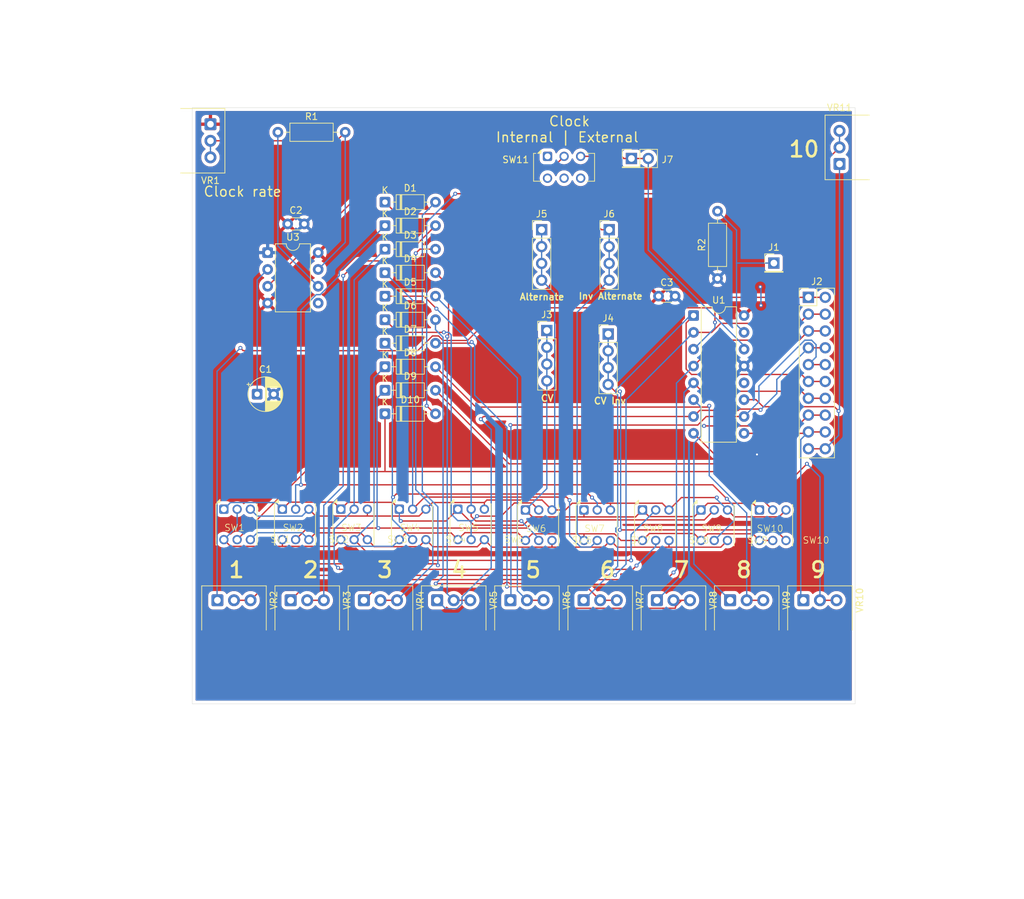
<source format=kicad_pcb>
(kicad_pcb (version 20241229) (generator "pcbnew") (generator_version "9.0")
  (layers (0 "F.Cu" signal) (2 "B.Cu" signal) (13 "F.Paste" user) (15 "B.Paste" user) (5 "F.SilkS" user "F.Silkscreen") (7 "B.SilkS" user "B.Silkscreen") (1 "F.Mask" user) (3 "B.Mask" user) (25 "Edge.Cuts" user))
  (net 0 "")
  (net 1 "GND")
  (net 2 "Net-(D1-K)")
  (net 3 "Net-(D1-A)")
  (net 4 "Net-(D2-A)")
  (net 5 "Net-(D3-A)")
  (net 6 "Net-(D4-A)")
  (net 7 "Net-(D5-A)")
  (net 8 "Net-(D6-A)")
  (net 9 "Net-(D7-A)")
  (net 10 "Net-(D8-A)")
  (net 11 "Net-(J1-Pin_1)")
  (net 12 "Net-(J2-Pin_5)")
  (net 13 "Net-(J2-Pin_11)")
  (net 14 "Net-(J2-Pin_1)")
  (net 15 "Net-(J2-Pin_7)")
  (net 16 "Net-(J2-Pin_17)")
  (net 17 "Net-(J2-Pin_10)")
  (net 18 "Net-(J2-Pin_3)")
  (net 19 "Net-(J2-Pin_15)")
  (net 20 "Net-(J2-Pin_13)")
  (net 21 "Net-(J2-Pin_19)")
  (net 22 "Net-(J5-Pin_1)")
  (net 23 "Net-(J7-Pin_1)")
  (net 25 "VCC")
  (net 27 "Net-(D2-K)")
  (net 28 "Net-(D3-K)")
  (net 29 "Net-(D4-K)")
  (net 30 "Net-(D5-K)")
  (net 31 "Net-(D6-K)")
  (net 32 "Net-(D7-K)")
  (net 33 "Net-(D8-K)")
  (net 34 "Net-(D9-K)")
  (net 35 "Net-(D10-K)")
  (net 36 "Net-(J3-Pin_1)")
  (net 37 "Net-(J4-Pin_1)")
  (net 38 "Net-(SW1B-A)")
  (net 39 "Net-(D9-A)")
  (net 40 "Net-(D10-A)")
  (net 42 "Net-(U3-DIS)")
  (net 43 "Net-(U3-THR)")
  (net 44 "Net-(U3-TR)")
  (net 45 "Net-(SW11-B)")
  (footprint "Potentiometer_THT:Potentiometer_Alps_RK097_Single_Horizontal" (layer "F.Cu") (at 171.15 110.61 90)
    (property "Reference" "VR9")
    (property "Value" "500K")
  )
  (footprint "Capacitor_THT:C_Disc_D3.0mm_W1.6mm_P2.50mm" (layer "F.Cu") (at 160.35 64.7)
    (property "Reference" "C3")
    (property "Value" "100nF")
  )
  (footprint "latching_switch:SW_DPDT_x2_Latching_2mm_pitch" (layer "F.Cu") (at 151.13 104.54)
    (property "Reference" "SW7")
    (property "Value" "SW_DPDT_x2_Latching")
  )
  (footprint "Package_DIP:DIP-8_W7.62mm" (layer "F.Cu") (at 101.38 58.13)
    (property "Reference" "U3")
    (property "Value" "ICM7555xP")
  )
  (footprint "Diode_THT:D_DO-35_SOD27_P7.62mm_Horizontal" (layer "F.Cu") (at 119.08 71.81)
    (property "Reference" "D7")
    (property "Value" "1N4148")
  )
  (footprint "Connector_PinHeader_2.54mm:PinHeader_1x04_P2.54mm_Vertical" (layer "F.Cu") (at 142.71 54.68)
    (property "Reference" "J5")
    (property "Value" "Alternate")
  )
  (footprint "Potentiometer_THT:Potentiometer_Alps_RK097_Single_Horizontal" (layer "F.Cu") (at 187.65 44.75 180)
    (property "Reference" "VR11")
    (property "Value" "500K")
  )
  (footprint "latching_switch:SW_DPDT_x2_Latching_2mm_pitch" (layer "F.Cu") (at 142.305 104.54)
    (property "Reference" "SW6")
    (property "Value" "SW_DPDT_x2_Latching")
  )
  (footprint "Potentiometer_THT:Potentiometer_Alps_RK097_Single_Horizontal" (layer "F.Cu") (at 126.95 110.61 90)
    (property "Reference" "VR5")
    (property "Value" "500K")
  )
  (footprint "Potentiometer_THT:Potentiometer_Alps_RK097_Single_Horizontal" (layer "F.Cu") (at 149.05 110.61 90)
    (property "Reference" "VR7")
    (property "Value" "500K")
  )
  (footprint "Capacitor_THT:C_Disc_D3.0mm_W1.6mm_P2.50mm" (layer "F.Cu") (at 104.4 53.8)
    (property "Reference" "C2")
    (property "Value" "100nF")
  )
  (footprint "Diode_THT:D_DO-35_SOD27_P7.62mm_Horizontal" (layer "F.Cu") (at 119.08 78.91)
    (property "Reference" "D9")
    (property "Value" "1N4148")
  )
  (footprint "Connector_PinHeader_2.54mm:PinHeader_1x01_P2.54mm_Vertical" (layer "F.Cu") (at 177.75 59.71)
    (property "Reference" "J1")
    (property "Value" "Conn_01x01")
  )
  (footprint "Diode_THT:D_DO-35_SOD27_P7.62mm_Horizontal" (layer "F.Cu") (at 119.08 82.46)
    (property "Reference" "D10")
    (property "Value" "1N4148")
  )
  (footprint "Diode_THT:D_DO-35_SOD27_P7.62mm_Horizontal" (layer "F.Cu") (at 119.08 61.16)
    (property "Reference" "D4")
    (property "Value" "1N4148")
  )
  (footprint "Diode_THT:D_DO-35_SOD27_P7.62mm_Horizontal" (layer "F.Cu") (at 119.08 57.61)
    (property "Reference" "D3")
    (property "Value" "1N4148")
  )
  (footprint "Potentiometer_THT:Potentiometer_Alps_RK097_Single_Horizontal" (layer "F.Cu") (at 104.85 110.61 90)
    (property "Reference" "VR3")
    (property "Value" "500K")
  )
  (footprint "Potentiometer_THT:Potentiometer_Alps_RK097_Single_Horizontal" (layer "F.Cu") (at 92.75 38.75)
    (property "Reference" "VR1")
    (property "Value" "500K")
  )
  (footprint "Capacitor_THT:CP_Radial_D5.0mm_P2.50mm" (layer "F.Cu") (at 99.7949 79.5)
    (property "Reference" "C1")
    (property "Value" "C_Polarized")
  )
  (footprint "Diode_THT:D_DO-35_SOD27_P7.62mm_Horizontal" (layer "F.Cu") (at 119.08 75.36)
    (property "Reference" "D8")
    (property "Value" "1N4148")
  )
  (footprint "Potentiometer_THT:Potentiometer_Alps_RK097_Single_Horizontal" (layer "F.Cu") (at 160.1 110.61 90)
    (property "Reference" "VR8")
    (property "Value" "500K")
  )
  (footprint "latching_switch:SW_DPDT_x2_Latching_2mm_pitch" (layer "F.Cu") (at 177.605 104.54)
    (property "Reference" "SW10")
    (property "Value" "SW_DPDT_x2_Latching")
  )
  (footprint "Potentiometer_THT:Potentiometer_Alps_RK097_Single_Horizontal" (layer "F.Cu") (at 93.8 110.61 90)
    (property "Reference" "VR2")
    (property "Value" "500K")
  )
  (footprint "Diode_THT:D_DO-35_SOD27_P7.62mm_Horizontal" (layer "F.Cu") (at 119.08 64.71)
    (property "Reference" "D5")
    (property "Value" "1N4148")
  )
  (footprint "Diode_THT:D_DO-35_SOD27_P7.62mm_Horizontal" (layer "F.Cu") (at 119.08 68.26)
    (property "Reference" "D6")
    (property "Value" "1N4148")
  )
  (footprint "Potentiometer_THT:Potentiometer_Alps_RK097_Single_Horizontal" (layer "F.Cu") (at 138 110.61 90)
    (property "Reference" "VR6")
    (property "Value" "500K")
  )
  (footprint "latching_switch:SW_DPDT_x2_Latching_2mm_pitch" (layer "F.Cu") (at 123.28 104.42)
    (property "Reference" "SW4")
    (property "Value" "SW_DPDT_x2_Latching")
  )
  (footprint "Potentiometer_THT:Potentiometer_Alps_RK097_Single_Horizontal" (layer "F.Cu") (at 182.2 110.61 90)
    (property "Reference" "VR10")
    (property "Value" "500K")
  )
  (footprint "Potentiometer_THT:Potentiometer_Alps_RK097_Single_Horizontal" (layer "F.Cu") (at 115.9 110.61 90)
    (property "Reference" "VR4")
    (property "Value" "500K")
  )
  (footprint "Button_Switch_THT:SW_CK_JS202011CQN_DPDT_Straight" (layer "F.Cu") (at 143.6 43.6)
    (property "Reference" "SW11")
    (property "Value" "SW_SPDT")
  )
  (footprint "latching_switch:SW_DPDT_x2_Latching_2mm_pitch" (layer "F.Cu") (at 159.955 104.54)
    (property "Reference" "SW8")
    (property "Value" "SW_DPDT_x2_Latching")
  )
  (footprint "Resistor_THT:R_Axial_DIN0207_L6.3mm_D2.5mm_P10.16mm_Horizontal" (layer "F.Cu") (at 169.25 62.04 90)
    (property "Reference" "R2")
    (property "Value" "100K")
  )
  (footprint "Connector_PinHeader_2.54mm:PinHeader_2x01_P2.54mm_Vertical" (layer "F.Cu") (at 156.26 43.92)
    (property "Reference" "J7")
    (property "Value" "Clock")
  )
  (footprint "latching_switch:SW_DPDT_x2_Latching_2mm_pitch" (layer "F.Cu") (at 96.805 104.42)
    (property "Reference" "SW1")
    (property "Value" "SW_DPDT_x2_Latching")
  )
  (footprint "Connector_PinHeader_2.54mm:PinHeader_1x04_P2.54mm_Vertical" (layer "F.Cu") (at 143.5 69.88)
    (property "Reference" "J3")
    (property "Value" "CV")
  )
  (footprint "Diode_THT:D_DO-35_SOD27_P7.62mm_Horizontal" (layer "F.Cu") (at 119.08 54.06)
    (property "Reference" "D2")
    (property "Value" "1N4148")
  )
  (footprint "Connector_PinHeader_2.54mm:PinHeader_2x10_P2.54mm_Vertical" (layer "F.Cu") (at 182.96 64.88)
    (property "Reference" "J2")
    (property "Value" "Conn_02x10_Odd_Even")
  )
  (footprint "latching_switch:SW_DPDT_x2_Latching_2mm_pitch" (layer "F.Cu") (at 105.63 104.42)
    (property "Reference" "SW2")
    (property "Value" "SW_DPDT_x2_Latching")
  )
  (footprint "Diode_THT:D_DO-35_SOD27_P7.62mm_Horizontal" (layer "F.Cu") (at 119.08 50.51)
    (property "Reference" "D1")
    (property "Value" "1N4148")
  )
  (footprint "latching_switch:SW_DPDT_x2_Latching_2mm_pitch" (layer "F.Cu") (at 168.78 104.54)
    (property "Reference" "SW9")
    (property "Value" "SW_DPDT_x2_Latching")
  )
  (footprint "latching_switch:SW_DPDT_x2_Latching_2mm_pitch" (layer "F.Cu") (at 114.455 104.42)
    (property "Reference" "SW3")
    (property "Value" "SW_DPDT_x2_Latching")
  )
  (footprint "latching_switch:SW_DPDT_x2_Latching_2mm_pitch" (layer "F.Cu") (at 132.105 104.42)
    (property "Reference" "SW5")
    (property "Value" "SW_DPDT_x2_Latching")
  )
  (footprint "Package_DIP:DIP-16_W7.62mm" (layer "F.Cu") (at 165.63 67.63)
    (property "Reference" "U1")
    (property "Value" "4017")
  )
  (footprint "Resistor_THT:R_Axial_DIN0207_L6.3mm_D2.5mm_P10.16mm_Horizontal" (layer "F.Cu") (at 102.92 39.96)
    (property "Reference" "R1")
    (property "Value" "1K")
  )
  (footprint "Connector_PinHeader_2.54mm:PinHeader_1x04_P2.54mm_Vertical" (layer "F.Cu") (at 152.75 70.42)
    (property "Reference" "J4")
    (property "Value" "CV Inv")
  )
  (footprint "Connector_PinHeader_2.54mm:PinHeader_1x04_P2.54mm_Vertical" (layer "F.Cu") (at 152.9 54.68)
    (property "Reference" "J6")
    (property "Value" "Inv Alternate")
  )
  (gr_rect (start 90 36.25) (end 190 126.25) (stroke (width 0.05)) (fill no) (layer "Edge.Cuts"))
  (gr_text "       Clock\nInternal | External" (at 135.7 41.6 0) (layer "F.SilkS") (effects (font (size 1.5 1.5) (thickness 0.2) (bold yes)) (justify left bottom)))
  (gr_text "CV Inv" (at 150.5 81.1 0) (layer "F.SilkS") (effects (font (size 1 1) (thickness 0.2) (bold yes)) (justify left bottom)))
  (gr_text "CV" (at 142.5 80.7 0) (layer "F.SilkS") (effects (font (size 1 1) (thickness 0.2) (bold yes)) (justify left bottom)))
  (gr_text "Inv Alternate" (at 148.2 65.3 0) (layer "F.SilkS") (effects (font (size 1 1) (thickness 0.2) (bold yes)) (justify left bottom)))
  (gr_text "Clock rate" (at 91.6 49.8 0) (layer "F.SilkS") (effects (font (size 1.5 1.5) (thickness 0.2) (bold yes)) (justify left bottom)))
  (gr_text "10" (at 179.8 43.9 0) (layer "F.SilkS") (effects (font (size 2.35 2.35) (thickness 0.4) (bold yes)) (justify left bottom)))
  (gr_text "1     2     3     4     5     6     7    8     9" (at 95.3 107.4 0) (layer "F.SilkS") (effects (font (size 2.35 2.35) (thickness 0.4) (bold yes)) (justify left bottom)))
  (gr_text "Alternate" (at 139.3 65.4 0) (layer "F.SilkS") (effects (font (size 1 1) (thickness 0.2) (bold yes)) (justify left bottom)))
  (segment (start 168.82 88.6) (end 175.2 88.6) (width 0.2) (layer "F.Cu") (net 1))
  (segment (start 165.63 85.41) (end 168.82 88.6) (width 0.2) (layer "F.Cu") (net 1))
  (via (at 175.2 88.6) (size 0.6) (drill 0.3) (layers "F.Cu" "B.Cu") (net 1))
  (via (at 165.63 85.41) (size 0.6) (drill 0.3) (layers "F.Cu" "B.Cu") (net 1))
  (segment (start 153.6983 100.5783) (end 154.7 101.58) (width 0.2) (layer "F.Cu") (net 2))
  (segment (start 154.7 101.58) (end 157.925 101.58) (width 0.2) (layer "F.Cu") (net 2))
  (segment (start 122.2524 100.4576) (end 129.0726 100.4576) (width 0.2) (layer "F.Cu") (net 2))
  (segment (start 140.275 101.58) (end 141.2767 100.5783) (width 0.2) (layer "F.Cu") (net 2))
  (segment (start 129.0726 100.4576) (end 130.075 101.46) (width 0.2) (layer "F.Cu") (net 2))
  (segment (start 149.1 100.5783) (end 149.1 101.58) (width 0.2) (layer "F.Cu") (net 2))
  (segment (start 158.9667 100.5383) (end 157.925 101.58) (width 0.2) (layer "F.Cu") (net 2))
  (segment (start 141.2767 100.5783) (end 149.1 100.5783) (width 0.2) (layer "F.Cu") (net 2))
  (segment (start 174.5687 100.5737) (end 175.575 101.58) (width 0.2) (layer "F.Cu") (net 2))
  (segment (start 121.25 101.46) (end 122.2524 100.4576) (width 0.2) (layer "F.Cu") (net 2))
  (segment (start 111.4187 102.4663) (end 103.6 102.4663) (width 0.2) (layer "F.Cu") (net 2))
  (segment (start 149.3533 52.285) (end 120.855 52.285) (width 0.2) (layer "F.Cu") (net 2))
  (segment (start 120.855 52.285) (end 119.08 50.51) (width 0.2) (layer "F.Cu") (net 2))
  (segment (start 167.7563 100.5737) (end 174.5687 100.5737) (width 0.2) (layer "F.Cu") (net 2))
  (segment (start 166.75 101.58) (end 165.7083 100.5383) (width 0.2) (layer "F.Cu") (net 2))
  (segment (start 152.9 54.68) (end 151.7483 54.68) (width 0.2) (layer "F.Cu") (net 2))
  (segment (start 103.6 102.4663) (end 95.7813 102.4663) (width 0.2) (layer "F.Cu") (net 2))
  (segment (start 103.6 102.4663) (end 103.6 101.46) (width 0.2) (layer "F.Cu") (net 2))
  (segment (start 151.7483 54.68) (end 149.3533 52.285) (width 0.2) (layer "F.Cu") (net 2))
  (segment (start 131.1314 100.4036) (end 139.0986 100.4036) (width 0.2) (layer "F.Cu") (net 2))
  (segment (start 130.075 101.46) (end 131.1314 100.4036) (width 0.2) (layer "F.Cu") (net 2))
  (segment (start 165.7083 100.5383) (end 158.9667 100.5383) (width 0.2) (layer "F.Cu") (net 2))
  (segment (start 112.425 101.46) (end 111.4187 102.4663) (width 0.2) (layer "F.Cu") (net 2))
  (segment (start 166.75 101.58) (end 167.7563 100.5737) (width 0.2) (layer "F.Cu") (net 2))
  (segment (start 95.7813 102.4663) (end 94.775 101.46) (width 0.2) (layer "F.Cu") (net 2))
  (segment (start 149.1 100.5783) (end 153.6983 100.5783) (width 0.2) (layer "F.Cu") (net 2))
  (segment (start 177.575 101.58) (end 175.575 101.58) (width 0.2) (layer "F.Cu") (net 2))
  (segment (start 139.0986 100.4036) (end 140.275 101.58) (width 0.2) (layer "F.Cu") (net 2))
  (segment (start 148.0661 100.5461) (end 149.1 101.58) (width 0.2) (layer "B.Cu") (net 2))
  (segment (start 152.9 54.68) (end 152.9 57.22) (width 0.2) (layer "B.Cu") (net 2))
  (segment (start 113.4267 102.4617) (end 120.2483 102.4617) (width 0.2) (layer "B.Cu") (net 2))
  (segment (start 120.2483 102.4617) (end 121.25 101.46) (width 0.2) (layer "B.Cu") (net 2))
  (segment (start 96.775 99.46) (end 96.775 96.86) (width 0.2) (layer "B.Cu") (net 2))
  (segment (start 148.0661 67.1339) (end 148.0661 100.5461) (width 0.2) (layer "B.Cu") (net 2))
  (segment (start 152.9 57.22) (end 152.9 59.76) (width 0.2) (layer "B.Cu") (net 2))
  (segment (start 152.9 59.76) (end 152.9 62.3) (width 0.2) (layer "B.Cu") (net 2))
  (segment (start 94.775 101.46) (end 96.775 99.46) (width 0.2) (layer "B.Cu") (net 2))
  (segment (start 112.425 101.46) (end 113.4267 102.4617) (width 0.2) (layer "B.Cu") (net 2))
  (segment (start 152.9 62.3) (end 148.0661 67.1339) (width 0.2) (layer "B.Cu") (net 2))
  (segment (start 127.0568 105.3337) (end 126.8293 105.1062) (width 0.2) (layer "F.Cu") (net 3))
  (segment (start 98.8 110.61) (end 96.3 110.61) (width 0.2) (layer "F.Cu") (net 3))
  (segment (start 126.8293 105.1062) (end 104.3038 105.1062) (width 0.2) (layer "F.Cu") (net 3))
  (segment (start 104.3038 105.1062) (end 98.8 110.61) (width 0.2) (layer "F.Cu") (net 3))
  (via (at 127.0568 105.3337) (size 0.6) (drill 0.3) (layers "F.Cu" "B.Cu") (net 3))
  (segment (start 127.0568 105.3337) (end 127.0568 96.5007) (width 0.2) (layer "B.Cu") (net 3))
  (segment (start 124.7154 52.4946) (end 126.7 50.51) (width 0.2) (layer "B.Cu") (net 3))
  (segment (start 127.0568 96.5007) (end 124.7154 94.1593) (width 0.2) (layer "B.Cu") (net 3))
  (segment (start 124.7154 94.1593) (end 124.7154 52.4946) (width 0.2) (layer "B.Cu") (net 3))
  (segment (start 115.0217 59.385) (end 112.7735 61.6332) (width 0.2) (layer "F.Cu") (net 4))
  (segment (start 109.85 110.61) (end 107.35 110.61) (width 0.2) (layer "F.Cu") (net 4))
  (segment (start 126.7 54.06) (end 121.375 59.385) (width 0.2) (layer "F.Cu") (net 4))
  (segment (start 121.375 59.385) (end 115.0217 59.385) (width 0.2) (layer "F.Cu") (net 4))
  (via (at 112.7735 61.6332) (size 0.6) (drill 0.3) (layers "F.Cu" "B.Cu") (net 4))
  (segment (start 112.7735 61.6332) (end 112.7735 93.3658) (width 0.2) (layer "B.Cu") (net 4))
  (segment (start 109.85 96.2893) (end 109.85 110.61) (width 0.2) (layer "B.Cu") (net 4))
  (segment (start 112.7735 93.3658) (end 109.85 96.2893) (width 0.2) (layer "B.Cu") (net 4))
  (segment (start 124.3453 57.61) (end 123.725 58.2303) (width 0.2) (layer "F.Cu") (net 5))
  (segment (start 126.7 57.61) (end 124.3453 57.61) (width 0.2) (layer "F.Cu") (net 5))
  (segment (start 120.9 110.61) (end 118.4 110.61) (width 0.2) (layer "F.Cu") (net 5))
  (via (at 123.725 58.2303) (size 0.6) (drill 0.3) (layers "F.Cu" "B.Cu") (net 5))
  (segment (start 123.725 93.9183) (end 126.2976 96.4909) (width 0.2) (layer "B.Cu") (net 5))
  (segment (start 123.725 58.2303) (end 123.725 93.9183) (width 0.2) (layer "B.Cu") (net 5))
  (segment (start 126.2976 96.4909) (end 126.2976 105.2124) (width 0.2) (layer "B.Cu") (net 5))
  (segment (start 126.2976 105.2124) (end 120.9 110.61) (width 0.2) (layer "B.Cu") (net 5))
  (segment (start 126.7 61.16) (end 128.6682 63.1282) (width 0.2) (layer "F.Cu") (net 6))
  (segment (start 128.465 70.9898) (end 128.465 70.7897) (width 0.2) (layer "F.Cu") (net 6))
  (segment (start 128.6682 63.1282) (end 128.6682 70.9898) (width 0.2) (layer "F.Cu") (net 6))
  (segment (start 129.45 110.61) (end 131.95 110.61) (width 0.2) (layer "F.Cu") (net 6))
  (segment (start 128.6682 70.9898) (end 128.465 70.9898) (width 0.2) (layer "F.Cu") (net 6))
  (via (at 128.465 70.7897) (size 0.6) (drill 0.3) (layers "F.Cu" "B.Cu") (net 6))
  (segment (start 128.465 109.625) (end 128.465 70.7897) (width 0.2) (layer "B.Cu") (net 6))
  (segment (start 129.45 110.61) (end 128.465 109.625) (width 0.2) (layer "B.Cu") (net 6))
  (segment (start 140.5 110.61) (end 143 110.61) (width 0.2) (layer "F.Cu") (net 7))
  (segment (start 139.0493 109.1593) (end 139.0493 77.0593) (width 0.2) (layer "B.Cu") (net 7))
  (segment (start 139.0493 77.0593) (end 126.7 64.71) (width 0.2) (layer "B.Cu") (net 7))
  (segment (start 140.5 110.61) (end 139.0493 109.1593) (width 0.2) (layer "B.Cu") (net 7))
  (segment (start 137.7268 107.942) (end 137.2285 107.942) (width 0.2) (layer "F.Cu") (net 8))
  (segment (start 137.8804 108.0956) (end 137.7268 107.942) (width 0.2) (layer "F.Cu") (net 8))
  (segment (start 149.0356 108.0956) (end 137.8804 108.0956) (width 0.2) (layer "F.Cu") (net 8))
  (segment (start 137.2285 107.942) (end 137.0749 108.0956) (width 0.2) (layer "F.Cu") (net 8))
  (segment (start 154.05 110.61) (end 151.55 110.61) (width 0.2) (layer "F.Cu") (net 8))
  (segment (start 137.0749 108.0956) (end 126.7388 108.0956) (width 0.2) (layer "F.Cu") (net 8))
  (segment (start 151.55 110.61) (end 149.0356 108.0956) (width 0.2) (layer "F.Cu") (net 8))
  (via (at 126.7388 108.0956) (size 0.6) (drill 0.3) (layers "F.Cu" "B.Cu") (net 8))
  (segment (start 126.7 68.26) (end 126.7 69.7591) (width 0.2) (layer "B.Cu") (net 8))
  (segment (start 127.8368 70.8959) (end 127.8368 106.9976) (width 0.2) (layer "B.Cu") (net 8))
  (segment (start 127.8368 106.9976) (end 126.7388 108.0956) (width 0.2) (layer "B.Cu") (net 8))
  (segment (start 126.7 69.7591) (end 127.8368 70.8959) (width 0.2) (layer "B.Cu") (net 8))
  (segment (start 160.9788 111.8127) (end 146.7582 111.8127) (width 0.2) (layer "F.Cu") (net 9))
  (segment (start 162.9072 111.7528) (end 162.8488 111.8112) (width 0.2) (layer "F.Cu") (net 9))
  (segment (start 143.4892 108.5437) (end 137.4776 108.5437) (width 0.2) (layer "F.Cu") (net 9))
  (segment (start 146.7582 111.8127) (end 143.4892 108.5437) (width 0.2) (layer "F.Cu") (net 9))
  (segment (start 160.9803 111.8112) (end 160.9788 111.8127) (width 0.2) (layer "F.Cu") (net 9))
  (segment (start 132.1588 71.6251) (end 131.9907 71.7932) (width 0.2) (layer "F.Cu") (net 9))
  (segment (start 131.9907 71.7932) (end 126.7168 71.7932) (width 0.2) (layer "F.Cu") (net 9))
  (segment (start 126.7168 71.7932) (end 126.7 71.81) (width 0.2) (layer "F.Cu") (net 9))
  (segment (start 162.8488 111.8112) (end 160.9803 111.8112) (width 0.2) (layer "F.Cu") (net 9))
  (segment (start 163.85 110.61) (end 162.6 110.61) (width 0.2) (layer "F.Cu") (net 9))
  (segment (start 163.85 110.61) (end 162.9072 111.5528) (width 0.2) (layer "F.Cu") (net 9))
  (segment (start 162.9072 111.5528) (end 162.9072 111.7528) (width 0.2) (layer "F.Cu") (net 9))
  (segment (start 165.1 110.61) (end 163.85 110.61) (width 0.2) (layer "F.Cu") (net 9))
  (via (at 137.4776 108.5437) (size 0.6) (drill 0.3) (layers "F.Cu" "B.Cu") (net 9))
  (via (at 132.1588 71.6251) (size 0.6) (drill 0.3) (layers "F.Cu" "B.Cu") (net 9))
  (segment (start 132.6127 79.6412) (end 132.6127 72.079) (width 0.2) (layer "B.Cu") (net 9))
  (segment (start 132.6127 72.079) (end 132.1588 71.6251) (width 0.2) (layer "B.Cu") (net 9))
  (segment (start 137.4776 84.5061) (end 132.6127 79.6412) (width 0.2) (layer "B.Cu") (net 9))
  (segment (start 137.4776 108.5437) (end 137.4776 84.5061) (width 0.2) (layer "B.Cu") (net 9))
  (segment (start 132.7867 81.4467) (end 126.7 75.36) (width 0.2) (layer "F.Cu") (net 10))
  (segment (start 167.8011 81.4467) (end 132.7867 81.4467) (width 0.2) (layer "F.Cu") (net 10))
  (segment (start 167.9982 81.2496) (end 167.8011 81.4467) (width 0.2) (layer "F.Cu") (net 10))
  (segment (start 173.65 110.61) (end 176.15 110.61) (width 0.2) (layer "F.Cu") (net 10))
  (via (at 167.9982 81.2496) (size 0.6) (drill 0.3) (layers "F.Cu" "B.Cu") (net 10))
  (segment (start 173.65 97.4469) (end 167.9982 91.7951) (width 0.2) (layer "B.Cu") (net 10))
  (segment (start 173.65 110.61) (end 173.65 97.4469) (width 0.2) (layer "B.Cu") (net 10))
  (segment (start 167.9982 91.7951) (end 167.9982 81.2496) (width 0.2) (layer "B.Cu") (net 10))
  (segment (start 172.1168 59.71) (end 172.1168 54.7468) (width 0.2) (layer "B.Cu") (net 11))
  (segment (start 172.1168 69.0368) (end 172.1168 59.71) (width 0.2) (layer "B.Cu") (net 11))
  (segment (start 173.25 70.17) (end 172.1168 69.0368) (width 0.2) (layer "B.Cu") (net 11))
  (segment (start 172.1168 54.7468) (end 169.25 51.88) (width 0.2) (layer "B.Cu") (net 11))
  (segment (start 177.75 59.71) (end 172.1168 59.71) (width 0.2) (layer "B.Cu") (net 11))
  (segment (start 165.63 75.25) (end 169.5302 71.3498) (width 0.2) (layer "F.Cu") (net 12))
  (segment (start 119.0195 107.4905) (end 115.9 110.61) (width 0.2) (layer "F.Cu") (net 12))
  (segment (start 161.5328 107.4905) (end 119.0195 107.4905) (width 0.2) (layer "F.Cu") (net 12))
  (segment (start 169.5302 71.3498) (end 181.5702 71.3498) (width 0.2) (layer "F.Cu") (net 12))
  (segment (start 162.6108 106.4125) (end 161.5328 107.4905) (width 0.2) (layer "F.Cu") (net 12))
  (segment (start 182.96 69.96) (end 185.5 69.96) (width 0.2) (layer "F.Cu") (net 12))
  (segment (start 181.5702 71.3498) (end 182.96 69.96) (width 0.2) (layer "F.Cu") (net 12))
  (via (at 162.6108 106.4125) (size 0.6) (drill 0.3) (layers "F.Cu" "B.Cu") (net 12))
  (segment (start 163.055 77.825) (end 163.055 105.9683) (width 0.2) (layer "B.Cu") (net 12))
  (segment (start 163.055 105.9683) (end 162.6108 106.4125) (width 0.2) (layer "B.Cu") (net 12))
  (segment (start 165.63 75.25) (end 163.055 77.825) (width 0.2) (layer "B.Cu") (net 12))
  (segment (start 165.3221 76.52) (end 164.5108 75.7087) (width 0.2) (layer "F.Cu") (net 13))
  (segment (start 182.96 77.58) (end 185.5 77.58) (width 0.2) (layer "F.Cu") (net 13))
  (segment (start 181.9 76.52) (end 165.3221 76.52) (width 0.2) (layer "F.Cu") (net 13))
  (segment (start 182.96 77.58) (end 181.9 76.52) (width 0.2) (layer "F.Cu") (net 13))
  (segment (start 164.5108 75.7087) (end 164.5108 68.7492) (width 0.2) (layer "F.Cu") (net 13))
  (segment (start 164.5108 68.7492) (end 165.63 67.63) (width 0.2) (layer "F.Cu") (net 13))
  (segment (start 154.1828 99.4629) (end 153.9078 99.7379) (width 0.2) (layer "B.Cu") (net 13))
  (segment (start 153.9078 99.7379) (end 153.9078 100.2377) (width 0.2) (layer "B.Cu") (net 13))
  (segment (start 153.9078 100.2377) (end 154.1828 100.5127) (width 0.2) (layer "B.Cu") (net 13))
  (segment (start 154.1828 79.6012) (end 154.1828 99.4629) (width 0.2) (layer "B.Cu") (net 13))
  (segment (start 153.9182 78.8384) (end 153.9182 79.3366) (width 0.2) (layer "B.Cu") (net 13))
  (segment (start 165.1266 67.63) (end 153.9182 78.8384) (width 0.2) (layer "B.Cu") (net 13))
  (segment (start 154.1828 105.4772) (end 149.05 110.61) (width 0.2) (layer "B.Cu") (net 13))
  (segment (start 153.9182 79.3366) (end 154.1828 79.6012) (width 0.2) (layer "B.Cu") (net 13))
  (segment (start 154.1828 100.5127) (end 154.1828 105.4772) (width 0.2) (layer "B.Cu") (net 13))
  (segment (start 165.63 67.63) (end 165.1266 67.63) (width 0.2) (layer "B.Cu") (net 13))
  (segment (start 126.2437 70.7083) (end 124.016 72.936) (width 0.2) (layer "F.Cu") (net 14))
  (segment (start 97.6833 72.936) (end 97.2678 72.5205) (width 0.2) (layer "F.Cu") (net 14))
  (segment (start 182.96 64.88) (end 170.438 64.88) (width 0.2) (layer "F.Cu") (net 14))
  (segment (start 127.8395 71.3914) (end 127.1564 70.7083) (width 0.2) (layer "F.Cu") (net 14))
  (segment (start 124.016 72.936) (end 97.6833 72.936) (width 0.2) (layer "F.Cu") (net 14))
  (segment (start 136.4743 66.4588) (end 131.5416 71.3915) (width 0.2) (layer "F.Cu") (net 14))
  (segment (start 168.8592 66.4588) (end 168.8592 68.6637) (width 0.2) (layer "F.Cu") (net 14))
  (segment (start 127.1564 70.7083) (end 126.2437 70.7083) (width 0.2) (layer "F.Cu") (net 14))
  (segment (start 185.5 64.88) (end 182.96 64.88) (width 0.2) (layer "F.Cu") (net 14))
  (segment (start 127.8395 71.3915) (end 127.8395 71.3914) (width 0.2) (layer "F.Cu") (net 14))
  (segment (start 131.5416 71.3915) (end 127.8395 71.3915) (width 0.2) (layer "F.Cu") (net 14))
  (segment (start 168.8592 66.4588) (end 136.4743 66.4588) (width 0.2) (layer "F.Cu") (net 14))
  (segment (start 170.438 64.88) (end 168.8592 66.4588) (width 0.2) (layer "F.Cu") (net 14))
  (via (at 168.8592 68.6637) (size 0.6) (drill 0.3) (layers "F.Cu" "B.Cu") (net 14))
  (via (at 97.2678 72.5205) (size 0.6) (drill 0.3) (layers "F.Cu" "B.Cu") (net 14))
  (segment (start 93.7458 76.0425) (end 93.7458 110.5558) (width 0.2) (layer "B.Cu") (net 14))
  (segment (start 93.7458 110.5558) (end 93.8 110.61) (width 0.2) (layer "B.Cu") (net 14))
  (segment (start 165.63 72.71) (end 168.8592 69.4808) (width 0.2) (layer "B.Cu") (net 14))
  (segment (start 97.2678 72.5205) (end 93.7458 76.0425) (width 0.2) (layer "B.Cu") (net 14))
  (segment (start 168.8592 69.4808) (end 168.8592 68.6637) (width 0.2) (layer "B.Cu") (net 14))
  (segment (start 175.7419 81.866) (end 175.6245 81.7486) (width 0.2) (layer "F.Cu") (net 15))
  (segment (start 175.6245 81.7486) (end 172.5714 81.7486) (width 0.2) (layer "F.Cu") (net 15))
  (segment (start 182.96 72.5) (end 185.5 72.5) (width 0.2) (layer "F.Cu") (net 15))
  (segment (start 172.5714 81.7486) (end 172.3803 81.9397) (width 0.2) (layer "F.Cu") (net 15))
  (segment (start 165.63 82.87) (end 133.941 82.87) (width 0.2) (layer "F.Cu") (net 15))
  (segment (start 166.5603 81.9397) (end 165.63 82.87) (width 0.2) (layer "F.Cu") (net 15))
  (segment (start 133.941 82.87) (end 133.5395 83.2715) (width 0.2) (layer "F.Cu") (net 15))
  (segment (start 172.3803 81.9397) (end 166.5603 81.9397) (width 0.2) (layer "F.Cu") (net 15))
  (via (at 133.5395 83.2715) (size 0.6) (drill 0.3) (layers "F.Cu" "B.Cu") (net 15))
  (via (at 175.7419 81.866) (size 0.6) (drill 0.3) (layers "F.Cu" "B.Cu") (net 15))
  (segment (start 126.95 110.61) (end 128.2188 111.8788) (width 0.2) (layer "B.Cu") (net 15))
  (segment (start 129.9398 111.8788) (end 130.7 111.1186) (width 0.2) (layer "B.Cu") (net 15))
  (segment (start 178.19 79.4179) (end 178.19 77.27) (width 0.2) (layer "B.Cu") (net 15))
  (segment (start 135.1019 105.6977) (end 135.1019 84.8339) (width 0.2) (layer "B.Cu") (net 15))
  (segment (start 128.2188 111.8788) (end 129.9398 111.8788) (width 0.2) (layer "B.Cu") (net 15))
  (segment (start 130.7 111.1186) (end 130.7 110.0996) (width 0.2) (layer "B.Cu") (net 15))
  (segment (start 135.1019 84.8339) (end 133.5395 83.2715) (width 0.2) (layer "B.Cu") (net 15))
  (segment (start 175.7419 81.866) (end 178.19 79.4179) (width 0.2) (layer "B.Cu") (net 15))
  (segment (start 130.7 110.0996) (end 135.1019 105.6977) (width 0.2) (layer "B.Cu") (net 15))
  (segment (start 178.19 77.27) (end 182.96 72.5) (width 0.2) (layer "B.Cu") (net 15))
  (segment (start 173.25 85.41) (end 182.75 85.41) (width 0.2) (layer "F.Cu") (net 16))
  (segment (start 185.5 85.2) (end 182.96 85.2) (width 0.2) (layer "F.Cu") (net 16))
  (segment (start 182.75 85.41) (end 182.96 85.2) (width 0.2) (layer "F.Cu") (net 16))
  (segment (start 181.8083 86.3517) (end 182.96 85.2) (width 0.2) (layer "B.Cu") (net 16))
  (segment (start 181.8083 110.2183) (end 181.8083 86.3517) (width 0.2) (layer "B.Cu") (net 16))
  (segment (start 182.2 110.61) (end 181.8083 110.2183) (width 0.2) (layer "B.Cu") (net 16))
  (segment (start 166.2631 84.1593) (end 167.5524 82.87) (width 0.2) (layer "F.Cu") (net 17))
  (segment (start 167.5524 82.87) (end 173.25 82.87) (width 0.2) (layer "F.Cu") (net 17))
  (segment (start 182.96 75.04) (end 185.5 75.04) (width 0.2) (layer "F.Cu") (net 17))
  (segment (start 138.0015 84.1593) (end 166.2631 84.1593) (width 0.2) (layer "F.Cu") (net 17))
  (via (at 138.0015 84.1593) (size 0.6) (drill 0.3) (layers "F.Cu" "B.Cu") (net 17))
  (segment (start 182.412 71.3483) (end 175.4929 78.2674) (width 0.2) (layer "B.Cu") (net 17))
  (segment (start 138.0793 84.2371) (end 138.0015 84.1593) (width 0.2) (layer "B.Cu") (net 17))
  (segment (start 183.4371 71.3483) (end 182.412 71.3483) (width 0.2) (layer "B.Cu") (net 17))
  (segment (start 138.0793 110.5307) (end 138.0793 84.2371) (width 0.2) (layer "B.Cu") (net 17))
  (segment (start 175.4929 78.2674) (end 175.4929 80.6271) (width 0.2) (layer "B.Cu") (net 17))
  (segment (start 182.96 75.04) (end 184.1117 73.8883) (width 0.2) (layer "B.Cu") (net 17))
  (segment (start 184.1117 73.8883) (end 184.1117 72.0229) (width 0.2) (layer "B.Cu") (net 17))
  (segment (start 138 110.61) (end 138.0793 110.5307) (width 0.2) (layer "B.Cu") (net 17))
  (segment (start 184.1117 72.0229) (end 183.4371 71.3483) (width 0.2) (layer "B.Cu") (net 17))
  (segment (start 175.4929 80.6271) (end 173.25 82.87) (width 0.2) (layer "B.Cu") (net 17))
  (segment (start 153.7622 106.8413) (end 108.6187 106.8413) (width 0.2) (layer "F.Cu") (net 18))
  (segment (start 108.6187 106.8413) (end 104.85 110.61) (width 0.2) (layer "F.Cu") (net 18))
  (segment (start 168.3592 70.17) (end 169.7194 68.8098) (width 0.2) (layer "F.Cu") (net 18))
  (segment (start 182.96 67.42) (end 185.5 67.42) (width 0.2) (layer "F.Cu") (net 18))
  (segment (start 169.7194 68.8098) (end 181.5702 68.8098) (width 0.2) (layer "F.Cu") (net 18))
  (segment (start 165.63 70.17) (end 168.3592 70.17) (width 0.2) (layer "F.Cu") (net 18))
  (segment (start 181.5702 68.8098) (end 182.96 67.42) (width 0.2) (layer "F.Cu") (net 18))
  (via (at 153.7622 106.8413) (size 0.6) (drill 0.3) (layers "F.Cu" "B.Cu") (net 18))
  (segment (start 153.7622 106.8413) (end 155.4437 105.1598) (width 0.2) (layer "B.Cu") (net 18))
  (segment (start 155.4437 80.3563) (end 165.63 70.17) (width 0.2) (layer "B.Cu") (net 18))
  (segment (start 155.4437 105.1598) (end 155.4437 80.3563) (width 0.2) (layer "B.Cu") (net 18))
  (segment (start 181.3292 84.2908) (end 182.96 82.66) (width 0.2) (layer "F.Cu") (net 19))
  (segment (start 167.2127 84.2908) (end 181.3292 84.2908) (width 0.2) (layer "F.Cu") (net 19))
  (segment (start 185.5 82.66) (end 182.96 82.66) (width 0.2) (layer "F.Cu") (net 19))
  (via (at 167.2127 84.2908) (size 0.6) (drill 0.3) (layers "F.Cu" "B.Cu") (net 19))
  (segment (start 171.15 110.61) (end 165.6866 105.1466) (width 0.2) (layer "B.Cu") (net 19))
  (segment (start 166.7493 85.8488) (end 166.7493 84.2908) (width 0.2) (layer "B.Cu") (net 19))
  (segment (start 165.6866 86.9115) (end 166.7493 85.8488) (width 0.2) (layer "B.Cu") (net 19))
  (segment (start 166.7493 81.4493) (end 165.63 80.33) (width 0.2) (layer "B.Cu") (net 19))
  (segment (start 165.6866 105.1466) (end 165.6866 86.9115) (width 0.2) (layer "B.Cu") (net 19))
  (segment (start 166.7493 84.2908) (end 167.2127 84.2908) (width 0.2) (layer "B.Cu") (net 19))
  (segment (start 166.7493 84.2908) (end 166.7493 81.4493) (width 0.2) (layer "B.Cu") (net 19))
  (segment (start 185.5 80.12) (end 182.96 80.12) (width 0.2) (layer "F.Cu") (net 20))
  (segment (start 181.9 79.06) (end 182.96 80.12) (width 0.2) (layer "F.Cu") (net 20))
  (segment (start 166.9 79.06) (end 181.9 79.06) (width 0.2) (layer "F.Cu") (net 20))
  (segment (start 165.63 77.79) (end 166.9 79.06) (width 0.2) (layer "F.Cu") (net 20))
  (segment (start 164.1902 79.2298) (end 165.63 77.79) (width 0.2) (layer "B.Cu") (net 20))
  (segment (start 160.1 110.61) (end 164.1902 106.5198) (width 0.2) (layer "B.Cu") (net 20))
  (segment (start 164.1902 106.5198) (end 164.1902 79.2298) (width 0.2) (layer "B.Cu") (net 20))
  (segment (start 175.0568 80.33) (end 173.25 80.33) (width 0.2) (layer "F.Cu") (net 21))
  (segment (start 185.5 87.74) (end 182.96 87.74) (width 0.2) (layer "F.Cu") (net 21))
  (segment (start 176.1168 81.39) (end 175.0568 80.33) (width 0.2) (layer "F.Cu") (net 21))
  (segment (start 186.8726 81.39) (end 176.1168 81.39) (width 0.2) (layer "F.Cu") (net 21))
  (segment (start 187.5199 82.0373) (end 186.8726 81.39) (width 0.2) (layer "F.Cu") (net 21))
  (via (at 187.5199 82.0373) (size 0.6) (drill 0.3) (layers "F.Cu" "B.Cu") (net 21))
  (segment (start 187.5199 82.0373) (end 187.5199 85.7201) (width 0.2) (layer "B.Cu") (net 21))
  (segment (start 187.65 44.75) (end 187.65 81.9072) (width 0.2) (layer "B.Cu") (net 21))
  (segment (start 187.65 81.9072) (end 187.5199 82.0373) (width 0.2) (layer "B.Cu") (net 21))
  (segment (start 187.5199 85.7201) (end 185.5 87.74) (width 0.2) (layer "B.Cu") (net 21))
  (segment (start 126.2532 95.8568) (end 134.075 95.8568) (width 0.2) (layer "F.Cu") (net 22))
  (segment (start 134.075 95.8568) (end 134.075 96.86) (width 0.2) (layer "F.Cu") (net 22))
  (segment (start 146.2975 96.98) (end 147.3186 95.9589) (width 0.2) (layer "F.Cu") (net 22))
  (segment (start 134.4523 95.4795) (end 142.7745 95.4795) (width 0.2) (layer "F.Cu") (net 22))
  (segment (start 171.7869 98.0169) (end 178.5381 98.0169) (width 0.2) (layer "F.Cu") (net 22))
  (segment (start 160.9039 95.9589) (end 161.925 96.98) (width 0.2) (layer "F.Cu") (net 22))
  (segment (start 144.275 96.98) (end 146.2975 96.98) (width 0.2) (layer "F.Cu") (net 22))
  (segment (start 116.425 96.86) (end 116.425 97.8939) (width 0.2) (layer "F.Cu") (net 22))
  (segment (start 169.1316 95.1068) (end 163.7982 95.1068) (width 0.2) (layer "F.Cu") (net 22))
  (segment (start 163.7982 95.1068) (end 161.925 96.98) (width 0.2) (layer "F.Cu") (net 22))
  (segment (start 170.75 96.98) (end 171.7869 98.0169) (width 0.2) (layer "F.Cu") (net 22))
  (segment (start 153.1 96.98) (end 153.1 95.9589) (width 0.2) (layer "F.Cu") (net 22))
  (segment (start 178.5381 98.0169) (end 179.575 96.98) (width 0.2) (layer "F.Cu") (net 22))
  (segment (start 147.3186 95.9589) (end 153.1 95.9589) (width 0.2) (layer "F.Cu") (net 22))
  (segment (start 116.425 97.8939) (end 108.6339 97.8939) (width 0.2) (layer "F.Cu") (net 22))
  (segment (start 134.075 95.8568) (end 134.4523 95.4795) (width 0.2) (layer "F.Cu") (net 22))
  (segment (start 142.7745 95.4795) (end 144.275 96.98) (width 0.2) (layer "F.Cu") (net 22))
  (segment (start 153.1 95.9589) (end 160.9039 95.9589) (width 0.2) (layer "F.Cu") (net 22))
  (segment (start 124.2161 97.8939) (end 116.425 97.8939) (width 0.2) (layer "F.Cu") (net 22))
  (segment (start 125.25 96.86) (end 124.2161 97.8939) (width 0.2) (layer "F.Cu") (net 22))
  (segment (start 108.6339 97.8939) (end 107.6 96.86) (width 0.2) (layer "F.Cu") (net 22))
  (segment (start 125.25 96.86) (end 126.2532 95.8568) (width 0.2) (layer "F.Cu") (net 22))
  (via (at 169.1316 95.1068) (size 0.6) (drill 0.3) (layers "F.Cu" "B.Cu") (net 22))
  (segment (start 98.775 96.86) (end 99.8188 97.9038) (width 0.2) (layer "B.Cu") (net 22))
  (segment (start 106.5562 97.9038) (end 107.6 96.86) (width 0.2) (layer "B.Cu") (net 22))
  (segment (start 169.1316 95.3616) (end 169.1316 95.1068) (width 0.2) (layer "B.Cu") (net 22))
  (segment (start 142.71 62.3) (end 142.71 59.76) (width 0.2) (layer "B.Cu") (net 22))
  (segment (start 170.75 96.98) (end 169.1316 95.3616) (width 0.2) (layer "B.Cu") (net 22))
  (segment (start 144.684 96.571) (end 144.275 96.98) (width 0.2) (layer "B.Cu") (net 22))
  (segment (start 144.684 64.274) (end 144.684 96.571) (width 0.2) (layer "B.Cu") (net 22))
  (segment (start 99.8188 97.9038) (end 106.5562 97.9038) (width 0.2) (layer "B.Cu") (net 22))
  (segment (start 142.71 54.68) (end 142.71 57.22) (width 0.2) (layer "B.Cu") (net 22))
  (segment (start 142.71 62.3) (end 144.684 64.274) (width 0.2) (layer "B.Cu") (net 22))
  (segment (start 142.71 57.22) (end 142.71 59.76) (width 0.2) (layer "B.Cu") (net 22))
  (segment (start 158.8 43.92) (end 156.26 43.92) (width 0.2) (layer "F.Cu") (net 23))
  (segment (start 156.26 43.92) (end 155.1083 43.92) (width 0.2) (layer "F.Cu") (net 23))
  (segment (start 154.7883 43.6) (end 155.1083 43.92) (width 0.2) (layer "F.Cu") (net 23))
  (segment (start 148.6 43.6) (end 154.7883 43.6) (width 0.2) (layer "F.Cu") (net 23))
  (segment (start 173.25 72.2036) (end 158.8 57.7536) (width 0.2) (layer "B.Cu") (net 23))
  (segment (start 158.8 57.7536) (end 158.8 43.92) (width 0.2) (layer "B.Cu") (net 23))
  (segment (start 173.25 72.71) (end 173.25 72.2036) (width 0.2) (layer "B.Cu") (net 23))
  (via (at 175.8 66.1) (size 0.6) (drill 0.3) (layers "F.Cu" "B.Cu") (net 25))
  (via (at 175.7 63.3) (size 0.6) (drill 0.3) (layers "F.Cu" "B.Cu") (net 25))
  (segment (start 175.8 63.4) (end 175.7 63.3) (width 0.2) (layer "B.Cu") (net 25))
  (segment (start 175.8 66.1) (end 175.8 63.4) (width 0.2) (layer "B.Cu") (net 25))
  (segment (start 168.5291 93.1769) (end 170.6499 95.2977) (width 0.2) (layer "F.Cu") (net 27))
  (segment (start 106.3975 93.1769) (end 168.5291 93.1769) (width 0.2) (layer "F.Cu") (net 27))
  (via (at 170.6499 95.2977) (size 0.6) (drill 0.3) (layers "F.Cu" "B.Cu") (net 27))
  (via (at 106.3975 93.1769) (size 0.6) (drill 0.3) (layers "F.Cu" "B.Cu") (net 27))
  (segment (start 108.7048 64.48) (end 106.3975 66.7873) (width 0.2) (layer "B.Cu") (net 27))
  (segment (start 170.6499 95.2977) (end 171.7517 96.3995) (width 0.2) (layer "B.Cu") (net 27))
  (segment (start 109.3164 64.48) (end 108.7048 64.48) (width 0.2) (layer "B.Cu") (net 27))
  (segment (start 171.7517 98.5783) (end 168.75 101.58) (width 0.2) (layer "B.Cu") (net 27))
  (segment (start 105.6 93.1769) (end 105.6 96.86) (width 0.2) (layer "B.Cu") (net 27))
  (segment (start 106.3975 66.7873) (end 106.3975 93.1769) (width 0.2) (layer "B.Cu") (net 27))
  (segment (start 112.1718 60.9682) (end 112.1718 61.6246) (width 0.2) (layer "B.Cu") (net 27))
  (segment (start 119.08 54.06) (end 112.1718 60.9682) (width 0.2) (layer "B.Cu") (net 27))
  (segment (start 112.1718 61.6246) (end 109.3164 64.48) (width 0.2) (layer "B.Cu") (net 27))
  (segment (start 171.7517 96.3995) (end 171.7517 98.5783) (width 0.2) (layer "B.Cu") (net 27))
  (segment (start 105.6 93.1769) (end 106.3975 93.1769) (width 0.2) (layer "B.Cu") (net 27))
  (segment (start 156.4577 105.9408) (end 112.2362 105.9408) (width 0.2) (layer "F.Cu") (net 28))
  (segment (start 157.0307 105.3678) (end 156.4577 105.9408) (width 0.2) (layer "F.Cu") (net 28))
  (segment (start 112.2362 105.9408) (end 112.0033 105.7079) (width 0.2) (layer "F.Cu") (net 28))
  (via (at 157.0307 105.3678) (size 0.6) (drill 0.3) (layers "F.Cu" "B.Cu") (net 28))
  (via (at 112.0033 105.7079) (size 0.6) (drill 0.3) (layers "F.Cu" "B.Cu") (net 28))
  (segment (start 112.0033 105.7079) (end 111.4082 105.1128) (width 0.2) (layer "B.Cu") (net 28))
  (segment (start 111.4082 99.8768) (end 114.425 96.86) (width 0.2) (layer "B.Cu") (net 28))
  (segment (start 114.425 96.86) (end 114.425 62.265) (width 0.2) (layer "B.Cu") (net 28))
  (segment (start 159.925 101.58) (end 159.925 102.4735) (width 0.2) (layer "B.Cu") (net 28))
  (segment (start 159.925 102.4735) (end 157.0307 105.3678) (width 0.2) (layer "B.Cu") (net 28))
  (segment (start 114.425 62.265) (end 119.08 57.61) (width 0.2) (layer "B.Cu") (net 28))
  (segment (start 111.4082 105.1128) (end 111.4082 99.8768) (width 0.2) (layer "B.Cu") (net 28))
  (segment (start 146.4678 95.0334) (end 146.9305 95.4961) (width 0.2) (layer "F.Cu") (net 29))
  (segment (start 125.0766 95.0334) (end 146.4678 95.0334) (width 0.2) (layer "F.Cu") (net 29))
  (segment (start 123.25 96.86) (end 125.0766 95.0334) (width 0.2) (layer "F.Cu") (net 29))
  (via (at 146.9305 95.4961) (size 0.6) (drill 0.3) (layers "F.Cu" "B.Cu") (net 29))
  (segment (start 146.9305 95.4961) (end 146.9305 100.9049) (width 0.2) (layer "B.Cu") (net 29))
  (segment (start 146.9305 100.9049) (end 148.6073 102.5817) (width 0.2) (layer "B.Cu") (net 29))
  (segment (start 148.6073 102.5817) (end 150.0983 102.5817) (width 0.2) (layer "B.Cu") (net 29))
  (segment (start 119.08 61.16) (end 123.25 65.33) (width 0.2) (layer "B.Cu") (net 29))
  (segment (start 123.25 65.33) (end 123.25 96.86) (width 0.2) (layer "B.Cu") (net 29))
  (segment (start 150.0983 102.5817) (end 151.1 101.58) (width 0.2) (layer "B.Cu") (net 29))
  (segment (start 139.6514 98.6441) (end 132.775 98.6441) (width 0.2) (layer "F.Cu") (net 30))
  (segment (start 124.9538 64.71) (end 119.08 64.71) (width 0.2) (layer "F.Cu") (net 30))
  (segment (start 126.8355 66.5917) (end 124.9538 64.71) (width 0.2) (layer "F.Cu") (net 30))
  (segment (start 132.775 98.6441) (end 132.075 97.9441) (width 0.2) (layer "F.Cu") (net 30))
  (segment (start 132.075 97.9441) (end 132.075 96.86) (width 0.2) (layer "F.Cu") (net 30))
  (via (at 126.8355 66.5917) (size 0.6) (drill 0.3) (layers "F.Cu" "B.Cu") (net 30))
  (via (at 139.6514 98.6441) (size 0.6) (drill 0.3) (layers "F.Cu" "B.Cu") (net 30))
  (segment (start 126.8355 66.5917) (end 131.5571 71.3133) (width 0.2) (layer "B.Cu") (net 30))
  (segment (start 131.5571 71.8742) (end 132.0749 72.392) (width 0.2) (layer "B.Cu") (net 30))
  (segment (start 132.075 72.392) (end 132.075 96.86) (width 0.2) (layer "B.Cu") (net 30))
  (segment (start 142.275 101.2677) (end 139.6514 98.6441) (width 0.2) (layer "B.Cu") (net 30))
  (segment (start 132.0749 72.392) (end 132.075 72.392) (width 0.2) (layer "B.Cu") (net 30))
  (segment (start 131.5571 71.3133) (end 131.5571 71.8742) (width 0.2) (layer "B.Cu") (net 30))
  (segment (start 142.275 101.58) (end 142.275 101.2677) (width 0.2) (layer "B.Cu") (net 30))
  (segment (start 119.08 68.26) (end 120.9845 70.1645) (width 0.2) (layer "F.Cu") (net 31))
  (segment (start 136.6029 97.9079) (end 138.5922 95.9186) (width 0.2) (layer "F.Cu") (net 31))
  (segment (start 141.2136 95.9186) (end 142.275 96.98) (width 0.2) (layer "F.Cu") (net 31))
  (segment (start 120.9845 70.1645) (end 127.9562 70.1645) (width 0.2) (layer "F.Cu") (net 31))
  (segment (start 138.5922 95.9186) (end 141.2136 95.9186) (width 0.2) (layer "F.Cu") (net 31))
  (segment (start 132.9599 97.9079) (end 136.6029 97.9079) (width 0.2) (layer "F.Cu") (net 31))
  (via (at 127.9562 70.1645) (size 0.6) (drill 0.3) (layers "F.Cu" "B.Cu") (net 31))
  (via (at 132.9599 97.9079) (size 0.6) (drill 0.3) (layers "F.Cu" "B.Cu") (net 31))
  (segment (start 129.0667 97.6) (end 129.0667 70.5405) (width 0.2) (layer "B.Cu") (net 31))
  (segment (start 132.075 98.5924) (end 130.0591 98.5924) (width 0.2) (layer "B.Cu") (net 31))
  (segment (start 132.075 101.46) (end 132.075 98.5924) (width 0.2) (layer "B.Cu") (net 31))
  (segment (start 130.0591 98.5924) (end 129.0667 97.6) (width 0.2) (layer "B.Cu") (net 31))
  (segment (start 129.0667 70.5405) (end 128.6907 70.1645) (width 0.2) (layer "B.Cu") (net 31))
  (segment (start 132.2754 98.5924) (end 132.075 98.5924) (width 0.2) (layer "B.Cu") (net 31))
  (segment (start 128.6907 70.1645) (end 127.9562 70.1645) (width 0.2) (layer "B.Cu") (net 31))
  (segment (start 132.9599 97.9079) (end 132.2754 98.5924) (width 0.2) (layer "B.Cu") (net 31))
  (segment (start 149.7871 94.5726) (end 150.3156 95.1011) (width 0.2) (layer "F.Cu") (net 32))
  (segment (start 120.7744 94.5726) (end 149.7871 94.5726) (width 0.2) (layer "F.Cu") (net 32))
  (segment (start 120.2916 95.0554) (end 120.7744 94.5726) (width 0.2) (layer "F.Cu") (net 32))
  (via (at 120.2916 95.0554) (size 0.6) (drill 0.3) (layers "F.Cu" "B.Cu") (net 32))
  (via (at 150.3156 95.1011) (size 0.6) (drill 0.3) (layers "F.Cu" "B.Cu") (net 32))
  (segment (start 119.08 71.81) (end 120.1937 72.9237) (width 0.2) (layer "B.Cu") (net 32))
  (segment (start 150.3156 95.1011) (end 151.1 95.8855) (width 0.2) (layer "B.Cu") (net 32))
  (segment (start 120.1937 95.0554) (end 120.2916 95.0554) (width 0.2) (layer "B.Cu") (net 32))
  (segment (start 120.1937 98.4037) (end 123.25 101.46) (width 0.2) (layer "B.Cu") (net 32))
  (segment (start 120.1937 72.9237) (end 120.1937 95.0554) (width 0.2) (layer "B.Cu") (net 32))
  (segment (start 120.1937 95.0554) (end 120.1937 98.4037) (width 0.2) (layer "B.Cu") (net 32))
  (segment (start 151.1 95.8855) (end 151.1 96.98) (width 0.2) (layer "B.Cu") (net 32))
  (segment (start 156.2098 104.5853) (end 117.5503 104.5853) (width 0.2) (layer "F.Cu") (net 33))
  (segment (start 117.5503 104.5853) (end 114.425 101.46) (width 0.2) (layer "F.Cu") (net 33))
  (via (at 156.2098 104.5853) (size 0.6) (drill 0.3) (layers "F.Cu" "B.Cu") (net 33))
  (segment (start 114.425 101.46) (end 117.4267 98.4583) (width 0.2) (layer "B.Cu") (net 33))
  (segment (start 117.4267 77.0133) (end 119.08 75.36) (width 0.2) (layer "B.Cu") (net 33))
  (segment (start 159.925 96.98) (end 156.2098 100.6952) (width 0.2) (layer "B.Cu") (net 33))
  (segment (start 117.4267 98.4583) (end 117.4267 77.0133) (width 0.2) (layer "B.Cu") (net 33))
  (segment (start 156.2098 100.6952) (end 156.2098 104.5853) (width 0.2) (layer "B.Cu") (net 33))
  (segment (start 140.4753 99.7113) (end 118.0687 99.7113) (width 0.2) (layer "F.Cu") (net 34))
  (segment (start 105.6 101.46) (end 107.3487 99.7113) (width 0.2) (layer "F.Cu") (net 34))
  (segment (start 107.3487 99.7113) (end 118.0687 99.7113) (width 0.2) (layer "F.Cu") (net 34))
  (segment (start 141.7068 98.4798) (end 140.4753 99.7113) (width 0.2) (layer "F.Cu") (net 34))
  (segment (start 168.75 96.98) (end 167.2502 98.4798) (width 0.2) (layer "F.Cu") (net 34))
  (segment (start 167.2502 98.4798) (end 141.7068 98.4798) (width 0.2) (layer "F.Cu") (net 34))
  (via (at 118.0687 99.7113) (size 0.6) (drill 0.3) (layers "F.Cu" "B.Cu") (net 34))
  (segment (start 119.08 78.91) (end 117.8861 80.1039) (width 0.2) (layer "B.Cu") (net 34))
  (segment (start 117.8861 80.1039) (end 117.8861 99.5287) (width 0.2) (layer "B.Cu") (net 34))
  (segment (start 117.8861 99.5287) (end 118.0687 99.7113) (width 0.2) (layer "B.Cu") (net 34))
  (segment (start 119.08 91.1852) (end 107.0498 91.1852) (width 0.2) (layer "F.Cu") (net 35))
  (segment (start 107.0498 91.1852) (end 96.775 101.46) (width 0.2) (layer "F.Cu") (net 35))
  (segment (start 177.575 96.98) (end 171.7802 91.1852) (width 0.2) (layer "F.Cu") (net 35))
  (segment (start 171.7802 91.1852) (end 119.08 91.1852) (width 0.2) (layer "F.Cu") (net 35))
  (segment (start 119.08 91.1852) (end 119.08 82.46) (width 0.2) (layer "F.Cu") (net 35))
  (segment (start 113.4614 95.8236) (end 120.2136 95.8236) (width 0.2) (layer "F.Cu") (net 36))
  (segment (start 166.75 96.98) (end 165.7483 97.9817) (width 0.2) (layer "F.Cu") (net 36))
  (segment (start 156.8794 98.0256) (end 157.925 96.98) (width 0.2) (layer "F.Cu") (net 36))
  (segment (start 174.5653 95.9703) (end 167.7597 95.9703) (width 0.2) (layer "F.Cu") (net 36))
  (segment (start 111.3623 95.7973) (end 104.6627 95.7973) (width 0.2) (layer "F.Cu") (net 36))
  (segment (start 112.425 96.86) (end 111.3623 95.7973) (width 0.2) (layer "F.Cu") (net 36))
  (segment (start 149.1 98.0256) (end 156.8794 98.0256) (width 0.2) (layer "F.Cu") (net 36))
  (segment (start 167.7597 95.9703) (end 166.75 96.98) (width 0.2) (layer "F.Cu") (net 36))
  (segment (start 165.7483 97.9817) (end 158.9267 97.9817) (width 0.2) (layer "F.Cu") (net 36))
  (segment (start 149.1 98.0256) (end 149.1 96.98) (width 0.2) (layer "F.Cu") (net 36))
  (segment (start 132.4936 99.2786) (end 130.075 96.86) (width 0.2) (layer "F.Cu") (net 36))
  (segment (start 140.275 96.98) (end 141.2553 97.9602) (width 0.2) (layer "F.Cu") (net 36))
  (segment (start 128.2894 98.6456) (end 130.075 96.86) (width 0.2) (layer "F.Cu") (net 36))
  (segment (start 104.6627 95.7973) (end 103.6 96.86) (width 0.2) (layer "F.Cu") (net 36))
  (segment (start 141.3206 98.0256) (end 141.2553 97.9602) (width 0.2) (layer "F.Cu") (net 36))
  (segment (start 139.9369 99.2786) (end 132.4936 99.2786) (width 0.2) (layer "F.Cu") (net 36))
  (segment (start 112.425 96.86) (end 113.4614 95.8236) (width 0.2) (layer "F.Cu") (net 36))
  (segment (start 149.1 98.0256) (end 141.3206 98.0256) (width 0.2) (layer "F.Cu") (net 36))
  (segment (start 121.462 98.6456) (end 128.2894 98.6456) (width 0.2) (layer "F.Cu") (net 36))
  (segment (start 158.9267 97.9817) (end 157.925 96.98) (width 0.2) (layer "F.Cu") (net 36))
  (segment (start 175.575 96.98) (end 174.5653 95.9703) (width 0.2) (layer "F.Cu") (net 36))
  (segment (start 120.2136 95.8236) (end 121.25 96.86) (width 0.2) (layer "F.Cu") (net 36))
  (segment (start 141.2553 97.9602) (end 139.9369 99.2786) (width 0.2) (layer "F.Cu") (net 36))
  (via (at 121.462 98.6456) (size 0.6) (drill 0.3) (layers "F.Cu" "B.Cu") (net 36))
  (segment (start 121.25 98.4336) (end 121.462 98.6456) (width 0.2) (layer "B.Cu") (net 36))
  (segment (start 102.5983 95.8583) (end 103.6 96.86) (width 0.2) (layer "B.Cu") (net 36))
  (segment (start 94.775 96.86) (end 95.7767 95.8583) (width 0.2) (layer "B.Cu") (net 36))
  (segment (start 143.5 93.755) (end 140.275 96.98) (width 0.2) (layer "B.Cu") (net 36))
  (segment (start 143.5 72.42) (end 143.5 74.96) (width 0.2) (layer "B.Cu") (net 36))
  (segment (start 143.5 69.88) (end 143.5 72.42) (width 0.2) (layer "B.Cu") (net 36))
  (segment (start 143.5 77.5) (end 143.5 93.755) (width 0.2) (layer "B.Cu") (net 36))
  (segment (start 95.7767 95.8583) (end 102.5983 95.8583) (width 0.2) (layer "B.Cu") (net 36))
  (segment (start 121.25 96.86) (end 121.25 98.4336) (width 0.2) (layer "B.Cu") (net 36))
  (segment (start 143.5 74.96) (end 143.5 77.5) (width 0.2) (layer "B.Cu") (net 36))
  (segment (start 177.9838 99.9888) (end 154.5097 99.9888) (width 0.2) (layer "F.Cu") (net 37))
  (segment (start 153.7975 79.0875) (end 154.5199 79.0875) (width 0.2) (layer "F.Cu") (net 37))
  (segment (start 152.75 78.04) (end 153.7975 79.0875) (width 0.2) (layer "F.Cu") (net 37))
  (segment (start 179.575 101.58) (end 177.9838 99.9888) (width 0.2) (layer "F.Cu") (net 37))
  (via (at 154.5097 99.9888) (size 0.6) (drill 0.3) (layers "F.Cu" "B.Cu") (net 37))
  (via (at 154.5199 79.0875) (size 0.6) (drill 0.3) (layers "F.Cu" "B.Cu") (net 37))
  (segment (start 152.75 70.42) (end 152.75 72.96) (width 0.2) (layer "B.Cu") (net 37))
  (segment (start 154.6291 99.8694) (end 154.5097 99.9888) (width 0.2) (layer "B.Cu") (net 37))
  (segment (start 152.75 78.04) (end 152.75 75.5) (width 0.2) (layer "B.Cu") (net 37))
  (segment (start 154.6291 79.1967) (end 154.6291 99.8694) (width 0.2) (layer "B.Cu") (net 37))
  (segment (start 154.5199 79.0875) (end 154.6291 79.1967) (width 0.2) (layer "B.Cu") (net 37))
  (segment (start 152.75 72.96) (end 152.75 75.5) (width 0.2) (layer "B.Cu") (net 37))
  (segment (start 133.008 102.527) (end 126.317 102.527) (width 0.2) (layer "F.Cu") (net 38))
  (segment (start 152.0892 102.5908) (end 144.275 102.5908) (width 0.2) (layer "F.Cu") (net 38))
  (segment (start 135.2058 102.5908) (end 134.075 101.46) (width 0.2) (layer "F.Cu") (net 38))
  (segment (start 169.736 102.594) (end 161.925 102.594) (width 0.2) (layer "F.Cu") (net 38))
  (segment (start 126.317 102.527) (end 125.25 101.46) (width 0.2) (layer "F.Cu") (net 38))
  (segment (start 154.114 102.594) (end 153.1 101.58) (width 0.2) (layer "F.Cu") (net 38))
  (segment (start 144.275 102.5908) (end 135.2058 102.5908) (width 0.2) (layer "F.Cu") (net 38))
  (segment (start 117.4818 102.5168) (end 116.425 101.46) (width 0.2) (layer "F.Cu") (net 38))
  (segment (start 170.75 101.58) (end 169.736 102.594) (width 0.2) (layer "F.Cu") (net 38))
  (segment (start 108.6314 100.4286) (end 107.6 101.46) (width 0.2) (layer "F.Cu") (net 38))
  (segment (start 134.075 101.46) (end 133.008 102.527) (width 0.2) (layer "F.Cu") (net 38))
  (segment (start 116.425 101.46) (end 115.3936 100.4286) (width 0.2) (layer "F.Cu") (net 38))
  (segment (start 161.925 101.58) (end 161.925 102.594) (width 0.2) (layer "F.Cu") (net 38))
  (segment (start 115.3936 100.4286) (end 108.6314 100.4286) (width 0.2) (layer "F.Cu") (net 38))
  (segment (start 153.1 101.58) (end 152.0892 102.5908) (width 0.2) (layer "F.Cu") (net 38))
  (segment (start 144.275 102.5908) (end 144.275 101.58) (width 0.2) (layer "F.Cu") (net 38))
  (segment (start 125.25 101.46) (end 124.1932 102.5168) (width 0.2) (layer "F.Cu") (net 38))
  (segment (start 161.925 102.594) (end 154.114 102.594) (width 0.2) (layer "F.Cu") (net 38))
  (segment (start 124.1932 102.5168) (end 117.4818 102.5168) (width 0.2) (layer "F.Cu") (net 38))
  (segment (start 99.823 100.412) (end 106.552 100.412) (width 0.2) (layer "B.Cu") (net 38))
  (segment (start 106.552 100.412) (end 107.6 101.46) (width 0.2) (layer "B.Cu") (net 38))
  (segment (start 98.775 101.46) (end 99.823 100.412) (width 0.2) (layer "B.Cu") (net 38))
  (segment (start 187.2 110.61) (end 184.7 110.61) (width 0.2) (layer "F.Cu") (net 39))
  (segment (start 137.8018 90.0118) (end 173 90.0118) (width 0.2) (layer "F.Cu") (net 39))
  (segment (start 173 90.0118) (end 175.3882 92.4) (width 0.2) (layer "F.Cu") (net 39))
  (segment (start 173 90.0118) (end 173.1 90.0118) (width 0.2) (layer "F.Cu") (net 39))
  (segment (start 175.3882 92.4) (end 180.3455 92.4) (width 0.2) (layer "F.Cu") (net 39))
  (segment (start 180.3455 92.4) (end 182.7337 90.0118) (width 0.2) (layer "F.Cu") (net 39))
  (segment (start 126.7 78.91) (end 137.8018 90.0118) (width 0.2) (layer "F.Cu") (net 39))
  (via (at 182.7337 90.0118) (size 0.6) (drill 0.3) (layers "F.Cu" "B.Cu") (net 39))
  (segment (start 182.7337 90.0118) (end 184.7 91.9781) (width 0.2) (layer "B.Cu") (net 39))
  (segment (start 184.7 91.9781) (end 184.7 110.61) (width 0.2) (layer "B.Cu") (net 39))
  (segment (start 180.6571 49.2429) (end 187.65 42.25) (width 0.2) (layer "F.Cu") (net 40))
  (segment (start 126.5789 82.46) (end 125.3685 81.2496) (width 0.2) (layer "F.Cu") (net 40))
  (segment (start 129.6859 49.2429) (end 180.6571 49.2429) (width 0.2) (layer "F.Cu") (net 40))
  (segment (start 126.7 82.46) (end 126.5789 82.46) (width 0.2) (layer "F.Cu") (net 40))
  (via (at 125.3685 81.2496) (size 0.6) (drill 0.3) (layers "F.Cu" "B.Cu") (net 40))
  (via (at 129.6859 49.2429) (size 0.6) (drill 0.3) (layers "F.Cu" "B.Cu") (net 40))
  (segment (start 125.3685 53.5603) (end 129.6859 49.2429) (width 0.2) (layer "B.Cu") (net 40))
  (segment (start 125.3685 81.2496) (end 125.3685 53.5603) (width 0.2) (layer "B.Cu") (net 40))
  (segment (start 187.65 39.75) (end 187.65 42.25) (width 0.2) (layer "B.Cu") (net 40))
  (segment (start 111.79 41.25) (end 92.75 41.25) (width 0.2) (layer "F.Cu") (net 42))
  (segment (start 113.08 39.96) (end 111.79 41.25) (width 0.2) (layer "F.Cu") (net 42))
  (segment (start 92.75 43.75) (end 92.75 41.25) (width 0.2) (layer "B.Cu") (net 42))
  (segment (start 113.08 56.59) (end 113.08 39.96) (width 0.2) (layer "B.Cu") (net 42))
  (segment (start 109 60.67) (end 113.08 56.59) (width 0.2) (layer "B.Cu") (net 42))
  (segment (start 109 63.21) (end 102.92 57.13) (width 0.2) (layer "B.Cu") (net 43))
  (segment (start 102.92 57.13) (end 102.92 39.96) (width 0.2) (layer "B.Cu") (net 43))
  (segment (start 99.7949 62.2551) (end 99.7949 79.5) (width 0.2) (layer "B.Cu") (net 44))
  (segment (start 101.38 60.67) (end 99.7949 62.2551) (width 0.2) (layer "B.Cu") (net 44))
  (segment (start 119.2076 45.3824) (end 144.3176 45.3824) (width 0.2) (layer "F.Cu") (net 45))
  (segment (start 144.3176 45.3824) (end 146.1 43.6) (width 0.2) (layer "F.Cu") (net 45))
  (segment (start 101.38 63.21) (end 119.2076 45.3824) (width 0.2) (layer "F.Cu") (net 45))
  (zone (net 25) (net_name "VCC") (layer "F.Cu") (priority 1) (connect_pads (clearance 0.5)) (min_thickness 0.25) (fill yes (thermal_gap 0.5) (thermal_bridge_width 0.5))
    (polygon (pts (xy 90 36.2) (xy 90 126.3) (xy 190 126.3) (xy 190 36.2)))
  )
  (zone (net 1) (net_name "GND") (layer "B.Cu") (connect_pads (clearance 0.5)) (min_thickness 0.25) (fill yes (thermal_gap 0.5) (thermal_bridge_width 0.5))
    (polygon (pts (xy 61 20) (xy 61 155.75) (xy 209.25 155.75) (xy 215.5 149.5) (xy 215.5 34.5) (xy 201 20)))
  )
)
</source>
